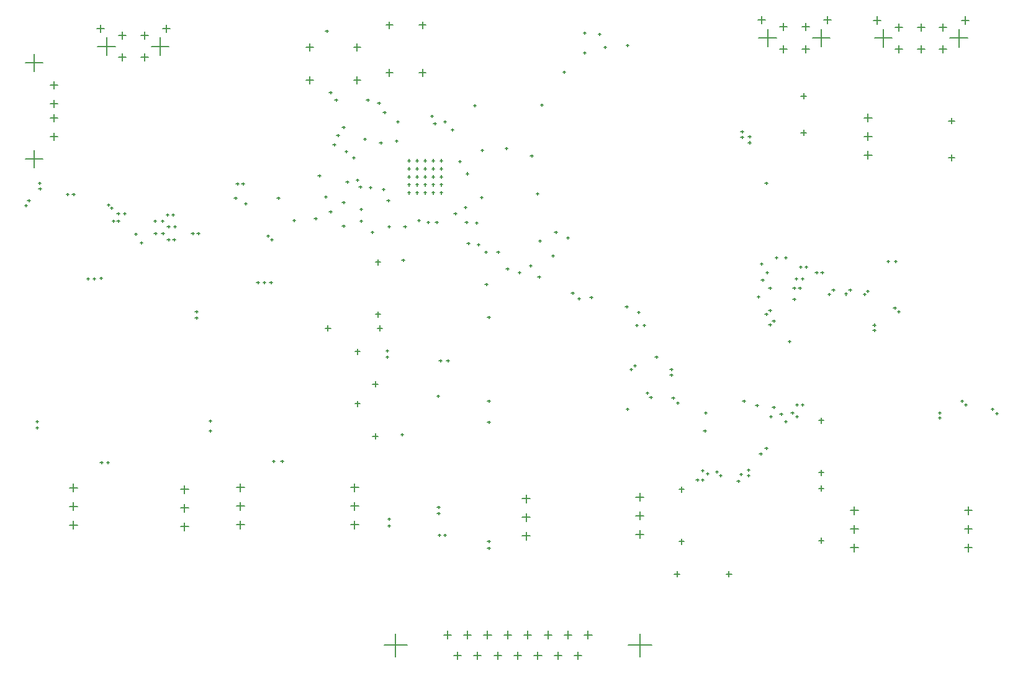
<source format=gbr>
%TF.GenerationSoftware,Altium Limited,Altium Designer,25.3.3 (18)*%
G04 Layer_Color=128*
%FSLAX45Y45*%
%MOMM*%
%TF.SameCoordinates,7852E7E1-4E30-4CDD-8EF1-640B4E54786C*%
%TF.FilePolarity,Positive*%
%TF.FileFunction,Drillmap*%
%TF.Part,Single*%
G01*
G75*
%TA.AperFunction,NonConductor*%
%ADD110C,0.12700*%
D110*
X8826500Y6578600D02*
X8901500D01*
X8864000Y6541100D02*
Y6616100D01*
X8116500Y6578600D02*
X8191500D01*
X8154000Y6541100D02*
Y6616100D01*
X8919210Y2255520D02*
X9236710D01*
X9077960Y2096770D02*
Y2414270D01*
X12251690Y2255520D02*
X12569190D01*
X12410440Y2096770D02*
Y2414270D01*
X9732010Y2397760D02*
X9836150D01*
X9784080Y2345690D02*
Y2449830D01*
X10006330Y2397760D02*
X10110470D01*
X10058400Y2345690D02*
Y2449830D01*
X10280650Y2397760D02*
X10384790D01*
X10332720Y2345690D02*
Y2449830D01*
X10554969Y2397760D02*
X10659109D01*
X10607039Y2345690D02*
Y2449830D01*
X10829289Y2397760D02*
X10933429D01*
X10881359Y2345690D02*
Y2449830D01*
X11103609Y2397760D02*
X11207749D01*
X11155679Y2345690D02*
Y2449830D01*
X11377929Y2397760D02*
X11482069D01*
X11429999Y2345690D02*
Y2449830D01*
X11652249Y2397760D02*
X11756389D01*
X11704319Y2345690D02*
Y2449830D01*
X9869171Y2113280D02*
X9973311D01*
X9921241Y2061210D02*
Y2165350D01*
X10143491Y2113280D02*
X10247631D01*
X10195561Y2061210D02*
Y2165350D01*
X10417811Y2113280D02*
X10521951D01*
X10469881Y2061210D02*
Y2165350D01*
X10692130Y2113280D02*
X10796270D01*
X10744200Y2061210D02*
Y2165350D01*
X10966450Y2113280D02*
X11070590D01*
X11018520Y2061210D02*
Y2165350D01*
X11240770Y2113280D02*
X11344910D01*
X11292840Y2061210D02*
Y2165350D01*
X11515090Y2113280D02*
X11619230D01*
X11567160Y2061210D02*
Y2165350D01*
X4029600Y8887800D02*
X4267600D01*
X4148600Y8768800D02*
Y9006800D01*
X4029600Y10201800D02*
X4267600D01*
X4148600Y10082800D02*
Y10320800D01*
X4369600Y9194800D02*
X4469600D01*
X4419600Y9144800D02*
Y9244800D01*
X4369600Y9444800D02*
X4469600D01*
X4419600Y9394800D02*
Y9494800D01*
X4369600Y9644800D02*
X4469600D01*
X4419600Y9594800D02*
Y9694800D01*
X4369600Y9894800D02*
X4469600D01*
X4419600Y9844800D02*
Y9944800D01*
X14017500Y10782600D02*
X14119501D01*
X14068500Y10731600D02*
Y10833600D01*
X14917500Y10782600D02*
X15019501D01*
X14968500Y10731600D02*
Y10833600D01*
X14317500Y10688600D02*
X14419501D01*
X14368500Y10637600D02*
Y10739600D01*
X14617500Y10688600D02*
X14719501D01*
X14668500Y10637600D02*
Y10739600D01*
X14317500Y10388600D02*
X14419501D01*
X14368500Y10337600D02*
Y10439600D01*
X14617500Y10388600D02*
X14719501D01*
X14668500Y10337600D02*
Y10439600D01*
X14763000Y10538600D02*
X15003999D01*
X14883501Y10418100D02*
Y10659100D01*
X14033000Y10538600D02*
X14274001D01*
X14153500Y10418100D02*
Y10659100D01*
X4628658Y3895042D02*
X4738658D01*
X4683658Y3840042D02*
Y3950042D01*
X4628658Y4149042D02*
X4738658D01*
X4683658Y4094042D02*
Y4204042D01*
X4628658Y4403042D02*
X4738658D01*
X4683658Y4348042D02*
Y4458042D01*
X8945700Y10063600D02*
X9044700D01*
X8995200Y10014100D02*
Y10113100D01*
X9395700Y10063600D02*
X9494700D01*
X9445200Y10014100D02*
Y10113100D01*
X9395700Y10713600D02*
X9494700D01*
X9445200Y10664100D02*
Y10763100D01*
X8945700Y10713600D02*
X9044700D01*
X8995200Y10664100D02*
Y10763100D01*
X8505100Y9960400D02*
X8604100D01*
X8554600Y9910900D02*
Y10009900D01*
X8505100Y10410400D02*
X8604100D01*
X8554600Y10360900D02*
Y10459900D01*
X7855100Y10410400D02*
X7954100D01*
X7904600Y10360900D02*
Y10459900D01*
X7855100Y9960400D02*
X7954100D01*
X7904600Y9910900D02*
Y10009900D01*
X12941901Y4380900D02*
X13016901D01*
X12979401Y4343400D02*
Y4418400D01*
X12941901Y3670900D02*
X13016901D01*
X12979401Y3633400D02*
Y3708400D01*
X8801700Y7480300D02*
X8876700D01*
X8839200Y7442800D02*
Y7517800D01*
X8801700Y6770300D02*
X8876700D01*
X8839200Y6732800D02*
Y6807800D01*
X8763600Y5106000D02*
X8838600D01*
X8801100Y5068500D02*
Y5143500D01*
X8763600Y5816000D02*
X8838600D01*
X8801100Y5778500D02*
Y5853500D01*
X8522300Y6260500D02*
X8597300D01*
X8559800Y6223000D02*
Y6298000D01*
X8522300Y5550500D02*
X8597300D01*
X8559800Y5513000D02*
Y5588000D01*
X13589000Y3225800D02*
X13664000D01*
X13626500Y3188300D02*
Y3263300D01*
X12878999Y3225800D02*
X12953999D01*
X12916499Y3188300D02*
Y3263300D01*
X14846899Y5321300D02*
X14921899D01*
X14884399Y5283800D02*
Y5358800D01*
X14846899Y4611300D02*
X14921899D01*
X14884399Y4573800D02*
Y4648800D01*
X14846899Y3683600D02*
X14921899D01*
X14884399Y3646100D02*
Y3721100D01*
X14846899Y4393600D02*
X14921899D01*
X14884399Y4356100D02*
Y4431100D01*
X5000500Y10668300D02*
X5102500D01*
X5051500Y10617300D02*
Y10719300D01*
X5900500Y10668300D02*
X6002500D01*
X5951500Y10617300D02*
Y10719300D01*
X5300500Y10574300D02*
X5402500D01*
X5351500Y10523300D02*
Y10625300D01*
X5600500Y10574300D02*
X5702500D01*
X5651500Y10523300D02*
Y10625300D01*
X5300500Y10274300D02*
X5402500D01*
X5351500Y10223300D02*
Y10325300D01*
X5600500Y10274300D02*
X5702500D01*
X5651500Y10223300D02*
Y10325300D01*
X5746000Y10424300D02*
X5987000D01*
X5866500Y10303800D02*
Y10544800D01*
X5016000Y10424300D02*
X5257000D01*
X5136500Y10303800D02*
Y10544800D01*
X16639455Y10536100D02*
X16880455D01*
X16759955Y10415600D02*
Y10656600D01*
X15609454Y10536100D02*
X15850455D01*
X15729955Y10415600D02*
Y10656600D01*
X15893954Y10686100D02*
X15995955D01*
X15944955Y10635100D02*
Y10737100D01*
X16193954Y10686100D02*
X16295955D01*
X16244955Y10635100D02*
Y10737100D01*
X16493954Y10686100D02*
X16595955D01*
X16544955Y10635100D02*
Y10737100D01*
X15893954Y10386100D02*
X15995955D01*
X15944955Y10335100D02*
Y10437100D01*
X16193954Y10386100D02*
X16295955D01*
X16244955Y10335100D02*
Y10437100D01*
X16493954Y10386100D02*
X16595955D01*
X16544955Y10335100D02*
Y10437100D01*
X16793954Y10780100D02*
X16895955D01*
X16844955Y10729100D02*
Y10831100D01*
X15593954Y10780100D02*
X15695955D01*
X15644955Y10729100D02*
Y10831100D01*
X15464400Y8940800D02*
X15574400D01*
X15519400Y8885800D02*
Y8995800D01*
X15464400Y9194800D02*
X15574400D01*
X15519400Y9139800D02*
Y9249800D01*
X15464400Y9448800D02*
X15574400D01*
X15519400Y9393800D02*
Y9503800D01*
X16622400Y8906700D02*
X16702400D01*
X16662399Y8866700D02*
Y8946700D01*
X16622400Y9406700D02*
X16702400D01*
X16662399Y9366700D02*
Y9446700D01*
X14603101Y9745600D02*
X14683099D01*
X14643100Y9705600D02*
Y9785600D01*
X14603101Y9245600D02*
X14683099D01*
X14643100Y9205600D02*
Y9285600D01*
X15278891Y3584348D02*
X15388890D01*
X15333891Y3529349D02*
Y3639348D01*
X15278891Y3838348D02*
X15388890D01*
X15333891Y3783349D02*
Y3893348D01*
X15278891Y4092348D02*
X15388890D01*
X15333891Y4037349D02*
Y4147348D01*
X16835509Y3584348D02*
X16945509D01*
X16890509Y3529349D02*
Y3639348D01*
X12355595Y3767094D02*
X12465594D01*
X12410594Y3712094D02*
Y3822094D01*
X8465670Y3900916D02*
X8575670D01*
X8520670Y3845916D02*
Y3955916D01*
X6142255Y3873500D02*
X6252254D01*
X6197255Y3818500D02*
Y3928500D01*
X6904600Y3898900D02*
X7014600D01*
X6959600Y3843900D02*
Y3953900D01*
X6904600Y4152900D02*
X7014600D01*
X6959600Y4097900D02*
Y4207900D01*
X6904600Y4406900D02*
X7014600D01*
X6959600Y4351900D02*
Y4461900D01*
X8465670Y4408916D02*
X8575670D01*
X8520670Y4353916D02*
Y4463916D01*
X8465670Y4154916D02*
X8575670D01*
X8520670Y4099916D02*
Y4209916D01*
X10803500Y4254500D02*
X10913500D01*
X10858500Y4199500D02*
Y4309500D01*
X10803500Y4000500D02*
X10913500D01*
X10858500Y3945500D02*
Y4055500D01*
X10803500Y3746500D02*
X10913500D01*
X10858500Y3691500D02*
Y3801500D01*
X12355595Y4021094D02*
X12465594D01*
X12410594Y3966094D02*
Y4076094D01*
X12355595Y4275094D02*
X12465594D01*
X12410594Y4220094D02*
Y4330094D01*
X16835509Y3838348D02*
X16945509D01*
X16890509Y3783349D02*
Y3893348D01*
X16835509Y4092348D02*
X16945509D01*
X16890509Y4037349D02*
Y4147348D01*
X6142255Y4127500D02*
X6252254D01*
X6197255Y4072500D02*
Y4182500D01*
X6142255Y4381500D02*
X6252254D01*
X6197255Y4326500D02*
Y4436500D01*
X4059200Y8318500D02*
X4094200D01*
X4076700Y8301000D02*
Y8336000D01*
X11844300Y10591800D02*
X11879300D01*
X11861800Y10574300D02*
Y10609300D01*
X11641100Y10604500D02*
X11676100D01*
X11658600Y10587000D02*
Y10622000D01*
X4586250Y8407400D02*
X4621250D01*
X4603750Y8389900D02*
Y8424900D01*
X12225300Y10439400D02*
X12260300D01*
X12242800Y10421900D02*
Y10456900D01*
X11209300Y7569200D02*
X11244300D01*
X11226800Y7551700D02*
Y7586700D01*
X10167900Y8013700D02*
X10202900D01*
X10185400Y7996200D02*
Y8031200D01*
X9938963Y8851840D02*
X9973963D01*
X9956463Y8834340D02*
Y8869340D01*
X10042909Y8688580D02*
X10077908D01*
X10060409Y8671080D02*
Y8706080D01*
X14181100Y5372100D02*
X14216100D01*
X14198599Y5354600D02*
Y5389600D01*
X14384300Y5308600D02*
X14419299D01*
X14401801Y5291100D02*
Y5326100D01*
X6535700Y5181600D02*
X6570700D01*
X6553200Y5164100D02*
Y5199100D01*
X10142500Y9613900D02*
X10177500D01*
X10160000Y9596400D02*
Y9631400D01*
X5595900Y7747000D02*
X5630900D01*
X5613400Y7729500D02*
Y7764500D01*
X10238134Y8363922D02*
X10273134D01*
X10255634Y8346422D02*
Y8381422D01*
X10015500Y8229600D02*
X10050500D01*
X10033000Y8212100D02*
Y8247100D01*
X11031500Y7772400D02*
X11066500D01*
X11049000Y7754900D02*
Y7789900D01*
X9621800Y8026400D02*
X9656800D01*
X9639300Y8008900D02*
Y8043900D01*
X9507500Y8026400D02*
X9542500D01*
X9525000Y8008900D02*
Y8043900D01*
X8580400Y8509000D02*
X8615400D01*
X8597900Y8491500D02*
Y8526500D01*
X8720100Y8496300D02*
X8755100D01*
X8737600Y8478800D02*
Y8513800D01*
X8897900Y8470900D02*
X8932900D01*
X8915400Y8453400D02*
Y8488400D01*
X13736600Y4495800D02*
X13771600D01*
X13754100Y4478300D02*
Y4513300D01*
X13774699Y4584700D02*
X13809700D01*
X13792200Y4567200D02*
Y4602200D01*
X14117599Y8559800D02*
X14152600D01*
X14135100Y8542300D02*
Y8577300D01*
X8123200Y10629900D02*
X8158200D01*
X8140700Y10612400D02*
Y10647400D01*
X11361700Y10071100D02*
X11396700D01*
X11379200Y10053600D02*
Y10088600D01*
X10917200Y8928100D02*
X10952200D01*
X10934700Y8910600D02*
Y8945600D01*
X9875800Y8140700D02*
X9910800D01*
X9893300Y8123200D02*
Y8158200D01*
X8961400Y8318500D02*
X8996400D01*
X8978900Y8301000D02*
Y8336000D01*
X9380500Y8051800D02*
X9415500D01*
X9398000Y8034300D02*
Y8069300D01*
X9190000Y7964400D02*
X9225000D01*
X9207500Y7946900D02*
Y7981900D01*
X8974100Y7962900D02*
X9009100D01*
X8991600Y7945400D02*
Y7980400D01*
X8542300Y8597900D02*
X8577300D01*
X8559800Y8580400D02*
Y8615400D01*
X8491500Y8902700D02*
X8526500D01*
X8509000Y8885200D02*
Y8920200D01*
X8859800Y9105900D02*
X8894800D01*
X8877300Y9088400D02*
Y9123400D01*
X10995207Y8412235D02*
X11030207D01*
X11012707Y8394735D02*
Y8429735D01*
X10905300Y7429500D02*
X10940300D01*
X10922800Y7412000D02*
Y7447000D01*
X8174000Y9791700D02*
X8209000D01*
X8191500Y9774200D02*
Y9809200D01*
X8250200Y9690100D02*
X8285200D01*
X8267700Y9672600D02*
Y9707600D01*
X8224800Y9080500D02*
X8259800D01*
X8242300Y9063000D02*
Y9098000D01*
X8275600Y9207500D02*
X8310600D01*
X8293100Y9190000D02*
Y9225000D01*
X8351800Y9321800D02*
X8386800D01*
X8369300Y9304300D02*
Y9339300D01*
X9088686Y9397486D02*
X9123685D01*
X9106185Y9379986D02*
Y9414985D01*
X8910600Y9525000D02*
X8945600D01*
X8928100Y9507500D02*
Y9542500D01*
X8834400Y9652000D02*
X8869400D01*
X8851900Y9634500D02*
Y9669500D01*
X8682000Y9690100D02*
X8717000D01*
X8699500Y9672600D02*
Y9707600D01*
X8643900Y9156700D02*
X8678900D01*
X8661400Y9139200D02*
Y9174200D01*
X10574300Y9029700D02*
X10609300D01*
X10591800Y9012200D02*
Y9047200D01*
X10244100Y9004300D02*
X10279100D01*
X10261600Y8986800D02*
Y9021800D01*
X10193300Y7721600D02*
X10228300D01*
X10210800Y7704100D02*
Y7739100D01*
X10028200Y8026400D02*
X10063200D01*
X10045700Y8008900D02*
Y8043900D01*
X10053600Y7734300D02*
X10088600D01*
X10071100Y7716800D02*
Y7751800D01*
X10294900Y7620000D02*
X10329900D01*
X10312400Y7602500D02*
Y7637500D01*
X10460000Y7620000D02*
X10495000D01*
X10477500Y7602500D02*
Y7637500D01*
X10299017Y7179617D02*
X10334017D01*
X10316517Y7162117D02*
Y7197117D01*
X8593100Y8204200D02*
X8628100D01*
X8610600Y8186700D02*
Y8221700D01*
X8402600Y8572500D02*
X8437600D01*
X8420100Y8555000D02*
Y8590000D01*
X8745500Y7888300D02*
X8780500D01*
X8763000Y7870800D02*
Y7905800D01*
X8593100Y8039100D02*
X8628100D01*
X8610600Y8021600D02*
Y8056600D01*
X8351800Y8293100D02*
X8386800D01*
X8369300Y8275600D02*
Y8310600D01*
X8351800Y7975600D02*
X8386800D01*
X8369300Y7958100D02*
Y7993100D01*
X8389900Y8991600D02*
X8424900D01*
X8407400Y8974100D02*
Y9009100D01*
X8174000Y8166100D02*
X8209000D01*
X8191500Y8148600D02*
Y8183600D01*
X8110500Y8369300D02*
X8145500D01*
X8128000Y8351800D02*
Y8386800D01*
X7970800Y8077200D02*
X8005800D01*
X7988300Y8059700D02*
Y8094700D01*
X7678700Y8051800D02*
X7713700D01*
X7696200Y8034300D02*
Y8069300D01*
X8021600Y8661400D02*
X8056600D01*
X8039100Y8643900D02*
Y8678900D01*
X9248200Y8866600D02*
X9283200D01*
X9265700Y8849100D02*
Y8884100D01*
X9358200Y8866600D02*
X9393200D01*
X9375700Y8849100D02*
Y8884100D01*
X9468200Y8866600D02*
X9503200D01*
X9485700Y8849100D02*
Y8884100D01*
X9578200Y8866600D02*
X9613200D01*
X9595700Y8849100D02*
Y8884100D01*
X9688200Y8866600D02*
X9723200D01*
X9705700Y8849100D02*
Y8884100D01*
X9248200Y8756600D02*
X9283200D01*
X9265700Y8739100D02*
Y8774100D01*
X9358200Y8756600D02*
X9393200D01*
X9375700Y8739100D02*
Y8774100D01*
X9468200Y8756600D02*
X9503200D01*
X9485700Y8739100D02*
Y8774100D01*
X9578200Y8756600D02*
X9613200D01*
X9595700Y8739100D02*
Y8774100D01*
X9688200Y8756600D02*
X9723200D01*
X9705700Y8739100D02*
Y8774100D01*
X9248200Y8646600D02*
X9283200D01*
X9265700Y8629100D02*
Y8664100D01*
X9358200Y8646600D02*
X9393200D01*
X9375700Y8629100D02*
Y8664100D01*
X9468200Y8646600D02*
X9503200D01*
X9485700Y8629100D02*
Y8664100D01*
X9578200Y8646600D02*
X9613200D01*
X9595700Y8629100D02*
Y8664100D01*
X9688200Y8646600D02*
X9723200D01*
X9705700Y8629100D02*
Y8664100D01*
X9248200Y8536600D02*
X9283200D01*
X9265700Y8519100D02*
Y8554100D01*
X9358200Y8536600D02*
X9393200D01*
X9375700Y8519100D02*
Y8554100D01*
X9468200Y8536600D02*
X9503200D01*
X9485700Y8519100D02*
Y8554100D01*
X9578200Y8536600D02*
X9613200D01*
X9595700Y8519100D02*
Y8554100D01*
X9688200Y8536600D02*
X9723200D01*
X9705700Y8519100D02*
Y8554100D01*
X9248200Y8426600D02*
X9283200D01*
X9265700Y8409100D02*
Y8444100D01*
X9358200Y8426600D02*
X9393200D01*
X9375700Y8409100D02*
Y8444100D01*
X9468200Y8426600D02*
X9503200D01*
X9485700Y8409100D02*
Y8444100D01*
X9578200Y8426600D02*
X9613200D01*
X9595700Y8409100D02*
Y8444100D01*
X9688200Y8426600D02*
X9723200D01*
X9705700Y8409100D02*
Y8444100D01*
X9075700Y9131300D02*
X9110700D01*
X9093200Y9113800D02*
Y9148800D01*
X14574800Y7124700D02*
X14609801D01*
X14592300Y7107200D02*
Y7142200D01*
X14498599Y7124700D02*
X14533600D01*
X14516100Y7107200D02*
Y7142200D01*
X14168401Y7124700D02*
X14203400D01*
X14185899Y7107200D02*
Y7142200D01*
X15870200Y6858000D02*
X15905200D01*
X15887700Y6840500D02*
Y6875500D01*
X15922545Y6805655D02*
X15957544D01*
X15940045Y6788156D02*
Y6823155D01*
X12212600Y6870700D02*
X12247600D01*
X12230100Y6853200D02*
Y6888200D01*
X14435100Y6400800D02*
X14470100D01*
X14452600Y6383300D02*
Y6418300D01*
X14536700Y5372100D02*
X14571700D01*
X14554201Y5354600D02*
Y5389600D01*
X14473199Y5422900D02*
X14508200D01*
X14490700Y5405400D02*
Y5440400D01*
X12822200Y5943600D02*
X12857201D01*
X12839700Y5926100D02*
Y5961100D01*
X12822200Y6019800D02*
X12857201D01*
X12839700Y6002300D02*
Y6037300D01*
X13251263Y4635791D02*
X13286264D01*
X13268764Y4618291D02*
Y4653291D01*
X13317500Y4597400D02*
X13352499D01*
X13335001Y4579900D02*
Y4614900D01*
X11730000Y6997700D02*
X11765000D01*
X11747500Y6980200D02*
Y7015200D01*
X5519700Y7861300D02*
X5554700D01*
X5537200Y7843800D02*
Y7878800D01*
X6040400Y7785100D02*
X6075400D01*
X6057900Y7767600D02*
Y7802600D01*
X5964200Y7785100D02*
X5999200D01*
X5981700Y7767600D02*
Y7802600D01*
X9596400Y9372600D02*
X9631400D01*
X9613900Y9355100D02*
Y9390100D01*
X9837700Y9289136D02*
X9872700D01*
X9855200Y9271636D02*
Y9306636D01*
X9736100Y9398000D02*
X9771100D01*
X9753600Y9380500D02*
Y9415500D01*
X10752100Y7340600D02*
X10787100D01*
X10769600Y7323100D02*
Y7358100D01*
X9164600Y7505700D02*
X9199600D01*
X9182100Y7488200D02*
Y7523200D01*
X11056900Y9626600D02*
X11091900D01*
X11074400Y9609100D02*
Y9644100D01*
X11921492Y10414000D02*
X11956491D01*
X11938992Y10396500D02*
Y10431500D01*
X9558300Y9474200D02*
X9593300D01*
X9575800Y9456700D02*
Y9491700D01*
X11641100Y10337800D02*
X11676100D01*
X11658600Y10320300D02*
Y10355300D01*
X14663699Y7416800D02*
X14698700D01*
X14681200Y7399300D02*
Y7434300D01*
X14384300Y7543800D02*
X14419299D01*
X14401801Y7526300D02*
Y7561300D01*
X14257300Y7543800D02*
X14292300D01*
X14274800Y7526300D02*
Y7561300D01*
X14498599Y6974316D02*
X14533600D01*
X14516100Y6956816D02*
Y6991816D01*
X11476000Y7061200D02*
X11511000D01*
X11493500Y7043700D02*
Y7078700D01*
X11564900Y6985000D02*
X11599900D01*
X11582400Y6967500D02*
Y7002500D01*
X10333000Y6731000D02*
X10368000D01*
X10350500Y6713500D02*
Y6748500D01*
X13990601Y5524500D02*
X14025600D01*
X14008099Y5507000D02*
Y5542000D01*
X12619000Y6184900D02*
X12654000D01*
X12636500Y6167400D02*
Y6202400D01*
X13812801Y5588000D02*
X13847800D01*
X13830299Y5570500D02*
Y5605500D01*
X14041400Y4864100D02*
X14076401D01*
X14058900Y4846600D02*
Y4881600D01*
X14117599Y4940300D02*
X14152600D01*
X14135100Y4922800D02*
Y4957800D01*
X10587000Y7391400D02*
X10622000D01*
X10604500Y7373900D02*
Y7408900D01*
X11018800Y7277100D02*
X11053800D01*
X11036300Y7259600D02*
Y7294600D01*
X12377700Y6794500D02*
X12412700D01*
X12395200Y6777000D02*
Y6812000D01*
X13787399Y9182100D02*
X13822400D01*
X13804900Y9164600D02*
Y9199600D01*
X13787399Y9258300D02*
X13822400D01*
X13804900Y9240800D02*
Y9275800D01*
X14012717Y7010400D02*
X14047717D01*
X14030217Y6992900D02*
Y7027900D01*
X14066800Y7239000D02*
X14101801D01*
X14084300Y7221500D02*
Y7256500D01*
X14130299Y7340600D02*
X14165300D01*
X14147800Y7323100D02*
Y7358100D01*
X14054100Y7454900D02*
X14089101D01*
X14071600Y7437400D02*
Y7472400D01*
X12453900Y6616700D02*
X12488900D01*
X12471400Y6599200D02*
Y6634200D01*
X12352300Y6616700D02*
X12387300D01*
X12369800Y6599200D02*
Y6634200D01*
X11412500Y7810500D02*
X11447500D01*
X11430000Y7793000D02*
Y7828000D01*
X11247400Y7886700D02*
X11282400D01*
X11264900Y7869200D02*
Y7904200D01*
X12911099Y5562600D02*
X12946100D01*
X12928600Y5545100D02*
Y5580100D01*
X7462800Y8356600D02*
X7497800D01*
X7480300Y8339100D02*
Y8374100D01*
X7018300Y8280400D02*
X7053300D01*
X7035800Y8262900D02*
Y8297900D01*
X6878600Y8356600D02*
X6913600D01*
X6896100Y8339100D02*
Y8374100D01*
X7361100Y7204172D02*
X7396099D01*
X7378599Y7186672D02*
Y7221671D01*
X7272300Y7200900D02*
X7307300D01*
X7289800Y7183400D02*
Y7218400D01*
X7183400Y7200900D02*
X7218400D01*
X7200900Y7183400D02*
Y7218400D01*
X13889000Y9112250D02*
X13924001D01*
X13906500Y9094750D02*
Y9129750D01*
X13889000Y9194800D02*
X13924001D01*
X13906500Y9177300D02*
Y9212300D01*
X14168401Y6819900D02*
X14203400D01*
X14185899Y6802400D02*
Y6837400D01*
X14879601Y7340600D02*
X14914600D01*
X14897099Y7323100D02*
Y7358100D01*
X14803400Y7340600D02*
X14838400D01*
X14820900Y7323100D02*
Y7358100D01*
X14590543Y7416800D02*
X14625543D01*
X14608043Y7399300D02*
Y7434300D01*
X14612900Y7251700D02*
X14647900D01*
X14630400Y7234200D02*
Y7269200D01*
X14529887Y7251700D02*
X14564888D01*
X14547388Y7234200D02*
Y7269200D01*
X9151900Y5130800D02*
X9186900D01*
X9169400Y5113300D02*
Y5148300D01*
X13279401Y5181600D02*
X13314400D01*
X13296899Y5164100D02*
Y5199100D01*
X15205775Y7046432D02*
X15240775D01*
X15223276Y7028932D02*
Y7063932D01*
X15260600Y7099300D02*
X15295599D01*
X15278101Y7081800D02*
Y7116800D01*
X15590800Y6623050D02*
X15625800D01*
X15608299Y6605550D02*
Y6640550D01*
X15590800Y6553200D02*
X15625800D01*
X15608299Y6535700D02*
Y6570700D01*
X15457234Y7041934D02*
X15492233D01*
X15474734Y7024434D02*
Y7059433D01*
X15501900Y7086600D02*
X15536900D01*
X15519400Y7069100D02*
Y7104100D01*
X14974625Y7041924D02*
X15009624D01*
X14992123Y7024424D02*
Y7059424D01*
X15032001Y7099300D02*
X15067000D01*
X15049500Y7081800D02*
Y7116800D01*
X14219200Y6680200D02*
X14254201D01*
X14236700Y6662700D02*
Y6697700D01*
X14168401Y6629400D02*
X14203400D01*
X14185899Y6611900D02*
Y6646900D01*
X14117599Y6769100D02*
X14152600D01*
X14135100Y6751600D02*
Y6786600D01*
X14612900Y5537200D02*
X14647900D01*
X14630400Y5519700D02*
Y5554700D01*
X10333000Y5588000D02*
X10368000D01*
X10350500Y5570500D02*
Y5605500D01*
X6294400Y7874000D02*
X6329400D01*
X6311900Y7856500D02*
Y7891500D01*
X6370600Y7874000D02*
X6405600D01*
X6388100Y7856500D02*
Y7891500D01*
X7372400Y7786600D02*
X7407400D01*
X7389900Y7769100D02*
Y7804100D01*
X7323100Y7835900D02*
X7358100D01*
X7340600Y7818400D02*
Y7853400D01*
X5783430Y8039100D02*
X5818429D01*
X5800929Y8021600D02*
Y8056600D01*
X5951500Y8128000D02*
X5986500D01*
X5969000Y8110500D02*
Y8145500D01*
X5882059Y8039100D02*
X5917059D01*
X5899559Y8021600D02*
Y8056600D01*
X6027700Y8128000D02*
X6062700D01*
X6045200Y8110500D02*
Y8145500D01*
X6053100Y7962900D02*
X6088100D01*
X6070600Y7945400D02*
Y7980400D01*
X5964200Y7962900D02*
X5999200D01*
X5981700Y7945400D02*
Y7980400D01*
X5786400Y7874000D02*
X5821400D01*
X5803900Y7856500D02*
Y7891500D01*
X5888000Y7874000D02*
X5923000D01*
X5905500Y7856500D02*
Y7891500D01*
X5278400Y8140700D02*
X5313400D01*
X5295900Y8123200D02*
Y8158200D01*
X5367300Y8140700D02*
X5402300D01*
X5384800Y8123200D02*
Y8158200D01*
X15781300Y7493000D02*
X15816299D01*
X15798801Y7475500D02*
Y7510500D01*
X15885587Y7493000D02*
X15920586D01*
X15903085Y7475500D02*
Y7510500D01*
X6904000Y8547100D02*
X6939000D01*
X6921500Y8529600D02*
Y8564600D01*
X6980200Y8547100D02*
X7015200D01*
X6997700Y8529600D02*
Y8564600D01*
X12326900Y6070600D02*
X12361900D01*
X12344400Y6053100D02*
Y6088100D01*
X12276100Y6019800D02*
X12311100D01*
X12293600Y6002300D02*
Y6037300D01*
X5214900Y8039100D02*
X5249900D01*
X5232400Y8021600D02*
Y8056600D01*
X5278400Y8039100D02*
X5313400D01*
X5295900Y8021600D02*
Y8056600D01*
X5189500Y8216900D02*
X5224500D01*
X5207000Y8199400D02*
Y8234400D01*
X5145050Y8261350D02*
X5180050D01*
X5162550Y8243850D02*
Y8278850D01*
X4668800Y8407400D02*
X4703800D01*
X4686300Y8389900D02*
Y8424900D01*
X4211600Y8483600D02*
X4246600D01*
X4229100Y8466100D02*
Y8501100D01*
X4209115Y8560916D02*
X4244114D01*
X4226615Y8543416D02*
Y8578415D01*
X4021100Y8255000D02*
X4056100D01*
X4038600Y8237500D02*
Y8272500D01*
X13247650Y4508500D02*
X13282651D01*
X13265150Y4491000D02*
Y4526000D01*
X13177800Y4508500D02*
X13212801D01*
X13195300Y4491000D02*
Y4526000D01*
X13876300Y4572000D02*
X13911301D01*
X13893800Y4554500D02*
Y4589500D01*
X13876300Y4648200D02*
X13911301D01*
X13893800Y4630700D02*
Y4665700D01*
X13495300Y4572000D02*
X13530299D01*
X13512801Y4554500D02*
Y4589500D01*
X13444501Y4622800D02*
X13479500D01*
X13462000Y4605300D02*
Y4640300D01*
X13292101Y5422900D02*
X13327100D01*
X13309599Y5405400D02*
Y5440400D01*
X14536700Y5537200D02*
X14571700D01*
X14554201Y5519700D02*
Y5554700D01*
X14320799Y5410200D02*
X14355800D01*
X14338300Y5392700D02*
Y5427700D01*
X14219200Y5503088D02*
X14254201D01*
X14236700Y5485588D02*
Y5520588D01*
X17202950Y5474450D02*
X17237950D01*
X17220450Y5456950D02*
Y5491950D01*
X17260100Y5417300D02*
X17295100D01*
X17277600Y5399800D02*
Y5434800D01*
X16790199Y5582402D02*
X16825198D01*
X16807700Y5564902D02*
Y5599901D01*
X16841000Y5531600D02*
X16875999D01*
X16858501Y5514100D02*
Y5549100D01*
X16485400Y5353800D02*
X16520399D01*
X16502901Y5336300D02*
Y5371300D01*
X16485400Y5423650D02*
X16520399D01*
X16502901Y5406150D02*
Y5441150D01*
X12225300Y5473700D02*
X12260300D01*
X12242800Y5456200D02*
Y5491200D01*
X6345200Y6807200D02*
X6380200D01*
X6362700Y6789700D02*
Y6824700D01*
X6345200Y6718300D02*
X6380200D01*
X6362700Y6700800D02*
Y6735800D01*
X9647200Y4140200D02*
X9682200D01*
X9664700Y4122700D02*
Y4157700D01*
X9647200Y4051300D02*
X9682200D01*
X9664700Y4033800D02*
Y4068800D01*
X8974100Y3975100D02*
X9009100D01*
X8991600Y3957600D02*
Y3992600D01*
X8974100Y3886200D02*
X9009100D01*
X8991600Y3868700D02*
Y3903700D01*
X9659900Y3759200D02*
X9694900D01*
X9677400Y3741700D02*
Y3776700D01*
X9736100Y3759200D02*
X9771100D01*
X9753600Y3741700D02*
Y3776700D01*
X9640850Y5651500D02*
X9675850D01*
X9658350Y5634000D02*
Y5669000D01*
X10333000Y5295900D02*
X10368000D01*
X10350500Y5278400D02*
Y5313400D01*
X10333000Y3580099D02*
X10368000D01*
X10350500Y3562599D02*
Y3597599D01*
X10333000Y3670300D02*
X10368000D01*
X10350500Y3652800D02*
Y3687800D01*
X9672600Y6134100D02*
X9707600D01*
X9690100Y6116600D02*
Y6151600D01*
X9774200Y6134100D02*
X9809200D01*
X9791700Y6116600D02*
Y6151600D01*
X8948700Y6184900D02*
X8983700D01*
X8966200Y6167400D02*
Y6202400D01*
X8948700Y6273800D02*
X8983700D01*
X8966200Y6256300D02*
Y6291300D01*
X12847600Y5626100D02*
X12882600D01*
X12865100Y5608600D02*
Y5643600D01*
X12542800Y5638800D02*
X12577800D01*
X12560300Y5621300D02*
Y5656300D01*
X12492448Y5696552D02*
X12527448D01*
X12509948Y5679052D02*
Y5714052D01*
X5044100Y7259533D02*
X5079099D01*
X5061599Y7242033D02*
Y7277033D01*
X4955300Y7256262D02*
X4990300D01*
X4972800Y7238762D02*
Y7273761D01*
X4866400Y7256262D02*
X4901400D01*
X4883900Y7238762D02*
Y7273761D01*
X7513600Y4762500D02*
X7548600D01*
X7531100Y4745000D02*
Y4780000D01*
X7399300Y4762500D02*
X7434300D01*
X7416800Y4745000D02*
Y4780000D01*
X6535056Y5313576D02*
X6570055D01*
X6552556Y5296076D02*
Y5331076D01*
X4173500Y5308600D02*
X4208500D01*
X4191000Y5291100D02*
Y5326100D01*
X5049800Y4749800D02*
X5084800D01*
X5067300Y4732300D02*
Y4767300D01*
X5138700Y4749800D02*
X5173700D01*
X5156200Y4732300D02*
Y4767300D01*
X4173500Y5219700D02*
X4208500D01*
X4191000Y5202200D02*
Y5237200D01*
%TF.MD5,466c70b5faf9dac13eed24b573c8e71b*%
M02*

</source>
